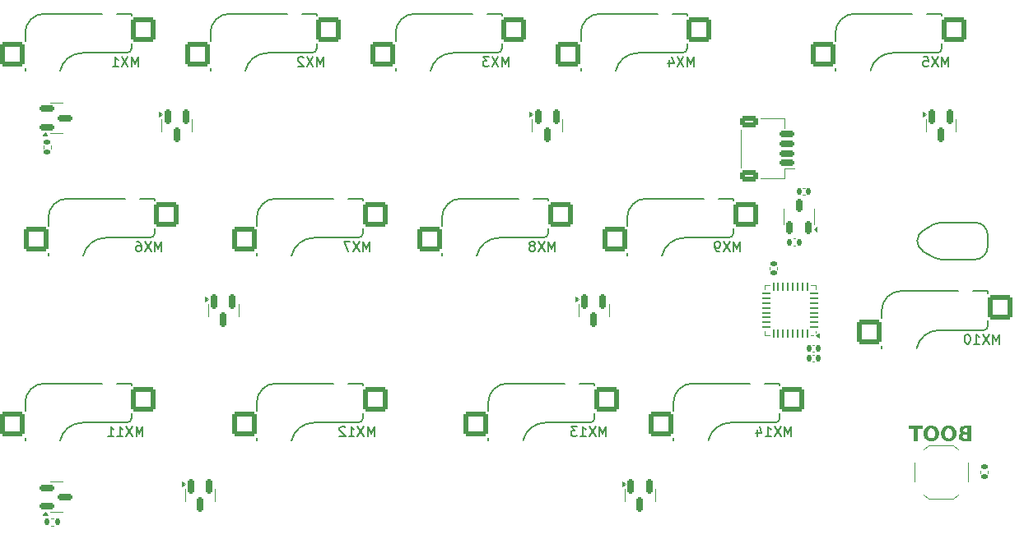
<source format=gbr>
%TF.GenerationSoftware,KiCad,Pcbnew,8.0.1-8.0.1-0~ubuntu23.10.1*%
%TF.CreationDate,2024-04-27T18:00:35-04:00*%
%TF.ProjectId,FunnyNumpad,46756e6e-794e-4756-9d70-61642e6b6963,rev?*%
%TF.SameCoordinates,Original*%
%TF.FileFunction,Legend,Bot*%
%TF.FilePolarity,Positive*%
%FSLAX46Y46*%
G04 Gerber Fmt 4.6, Leading zero omitted, Abs format (unit mm)*
G04 Created by KiCad (PCBNEW 8.0.1-8.0.1-0~ubuntu23.10.1) date 2024-04-27 18:00:35*
%MOMM*%
%LPD*%
G01*
G04 APERTURE LIST*
G04 Aperture macros list*
%AMRoundRect*
0 Rectangle with rounded corners*
0 $1 Rounding radius*
0 $2 $3 $4 $5 $6 $7 $8 $9 X,Y pos of 4 corners*
0 Add a 4 corners polygon primitive as box body*
4,1,4,$2,$3,$4,$5,$6,$7,$8,$9,$2,$3,0*
0 Add four circle primitives for the rounded corners*
1,1,$1+$1,$2,$3*
1,1,$1+$1,$4,$5*
1,1,$1+$1,$6,$7*
1,1,$1+$1,$8,$9*
0 Add four rect primitives between the rounded corners*
20,1,$1+$1,$2,$3,$4,$5,0*
20,1,$1+$1,$4,$5,$6,$7,0*
20,1,$1+$1,$6,$7,$8,$9,0*
20,1,$1+$1,$8,$9,$2,$3,0*%
G04 Aperture macros list end*
%ADD10C,0.300000*%
%ADD11C,0.150000*%
%ADD12C,0.120000*%
%ADD13C,0.200000*%
%ADD14C,4.000000*%
%ADD15C,3.987800*%
%ADD16R,1.000000X0.750000*%
%ADD17RoundRect,0.135000X0.185000X-0.135000X0.185000X0.135000X-0.185000X0.135000X-0.185000X-0.135000X0*%
%ADD18C,3.300000*%
%ADD19RoundRect,0.250000X1.025000X1.000000X-1.025000X1.000000X-1.025000X-1.000000X1.025000X-1.000000X0*%
%ADD20C,1.750000*%
%ADD21RoundRect,0.135000X-0.135000X-0.185000X0.135000X-0.185000X0.135000X0.185000X-0.135000X0.185000X0*%
%ADD22RoundRect,0.150000X0.625000X-0.150000X0.625000X0.150000X-0.625000X0.150000X-0.625000X-0.150000X0*%
%ADD23RoundRect,0.250000X0.650000X-0.350000X0.650000X0.350000X-0.650000X0.350000X-0.650000X-0.350000X0*%
%ADD24RoundRect,0.150000X-0.150000X0.587500X-0.150000X-0.587500X0.150000X-0.587500X0.150000X0.587500X0*%
%ADD25RoundRect,0.140000X-0.140000X-0.170000X0.140000X-0.170000X0.140000X0.170000X-0.140000X0.170000X0*%
%ADD26R,3.450000X3.450000*%
%ADD27RoundRect,0.062500X0.375000X-0.062500X0.375000X0.062500X-0.375000X0.062500X-0.375000X-0.062500X0*%
%ADD28RoundRect,0.062500X0.062500X-0.375000X0.062500X0.375000X-0.062500X0.375000X-0.062500X-0.375000X0*%
%ADD29RoundRect,0.150000X-0.587500X-0.150000X0.587500X-0.150000X0.587500X0.150000X-0.587500X0.150000X0*%
%ADD30RoundRect,0.150000X0.150000X-0.512500X0.150000X0.512500X-0.150000X0.512500X-0.150000X-0.512500X0*%
%ADD31RoundRect,0.140000X0.170000X-0.140000X0.170000X0.140000X-0.170000X0.140000X-0.170000X-0.140000X0*%
%ADD32C,0.787400*%
%ADD33C,0.990600*%
%ADD34RoundRect,0.135000X-0.185000X0.135000X-0.185000X-0.135000X0.185000X-0.135000X0.185000X0.135000X0*%
G04 APERTURE END LIST*
D10*
G36*
X156697135Y-111092500D02*
G01*
X156038778Y-111092500D01*
X155982591Y-111091540D01*
X155895072Y-111085676D01*
X155815209Y-111074481D01*
X155729479Y-111054011D01*
X155654775Y-111025863D01*
X155581556Y-110983323D01*
X155530383Y-110938389D01*
X155484064Y-110875873D01*
X155452155Y-110802488D01*
X155436274Y-110730935D01*
X155430980Y-110651397D01*
X155431595Y-110624525D01*
X155431891Y-110622088D01*
X155827386Y-110622088D01*
X155828331Y-110647905D01*
X155844447Y-110720267D01*
X155887836Y-110781823D01*
X155921610Y-110804904D01*
X155992414Y-110828345D01*
X156067721Y-110834579D01*
X156300362Y-110834579D01*
X156300362Y-110412527D01*
X156067721Y-110412527D01*
X156031539Y-110413806D01*
X155956818Y-110427313D01*
X155887470Y-110464918D01*
X155873388Y-110478834D01*
X155837302Y-110545600D01*
X155827386Y-110622088D01*
X155431891Y-110622088D01*
X155440820Y-110548700D01*
X155464054Y-110472880D01*
X155500955Y-110405933D01*
X155509929Y-110393677D01*
X155561577Y-110339781D01*
X155624532Y-110298193D01*
X155698792Y-110268913D01*
X155657314Y-110250102D01*
X155596812Y-110208637D01*
X155546385Y-110150577D01*
X155520882Y-110102985D01*
X155499862Y-110031235D01*
X155495447Y-109978752D01*
X155890401Y-109978752D01*
X155899657Y-110046663D01*
X155938761Y-110110277D01*
X155941828Y-110113004D01*
X156007540Y-110146122D01*
X156080910Y-110154607D01*
X156300362Y-110154607D01*
X156300362Y-109802897D01*
X156080910Y-109802897D01*
X156007540Y-109811523D01*
X155938761Y-109847960D01*
X155902491Y-109903189D01*
X155890401Y-109978752D01*
X155495447Y-109978752D01*
X155493628Y-109957137D01*
X155494894Y-109917648D01*
X155507689Y-109833596D01*
X155534263Y-109760869D01*
X155581507Y-109691621D01*
X155637609Y-109643162D01*
X155708908Y-109604905D01*
X155783501Y-109579591D01*
X155855165Y-109563770D01*
X155935470Y-109552743D01*
X156024416Y-109546511D01*
X156101793Y-109544977D01*
X156697135Y-109544977D01*
X156697135Y-111092500D01*
G37*
G36*
X154484186Y-109524844D02*
G01*
X154569222Y-109534787D01*
X154649279Y-109551360D01*
X154724355Y-109574561D01*
X154794451Y-109604391D01*
X154859566Y-109640850D01*
X154919701Y-109683938D01*
X154974856Y-109733654D01*
X155024230Y-109789204D01*
X155067020Y-109849792D01*
X155103227Y-109915417D01*
X155132851Y-109986079D01*
X155155892Y-110061779D01*
X155172350Y-110142517D01*
X155182224Y-110228292D01*
X155185516Y-110319105D01*
X155182224Y-110409745D01*
X155172350Y-110495372D01*
X155155892Y-110575983D01*
X155132851Y-110651580D01*
X155103227Y-110722162D01*
X155067020Y-110787730D01*
X155024230Y-110848283D01*
X154974856Y-110903822D01*
X154919701Y-110953539D01*
X154859566Y-110996627D01*
X154794451Y-111033086D01*
X154724355Y-111062916D01*
X154649279Y-111086117D01*
X154569222Y-111102689D01*
X154484186Y-111112632D01*
X154394169Y-111115947D01*
X154303906Y-111112632D01*
X154218681Y-111102689D01*
X154138493Y-111086117D01*
X154063342Y-111062916D01*
X153993229Y-111033086D01*
X153928154Y-110996627D01*
X153868116Y-110953539D01*
X153813115Y-110903822D01*
X153763828Y-110848283D01*
X153721112Y-110787730D01*
X153684968Y-110722162D01*
X153655395Y-110651580D01*
X153632395Y-110575983D01*
X153615965Y-110495372D01*
X153606108Y-110409745D01*
X153602822Y-110319105D01*
X154012051Y-110319105D01*
X154015567Y-110407041D01*
X154026116Y-110487300D01*
X154043697Y-110559883D01*
X154073097Y-110634861D01*
X154112069Y-110699391D01*
X154118400Y-110707708D01*
X154174820Y-110764741D01*
X154241498Y-110804875D01*
X154318435Y-110828110D01*
X154394169Y-110834579D01*
X154405424Y-110834447D01*
X154479761Y-110826130D01*
X154555186Y-110800782D01*
X154620445Y-110758536D01*
X154675537Y-110699391D01*
X154681690Y-110690812D01*
X154719294Y-110624790D01*
X154747327Y-110548319D01*
X154763736Y-110474457D01*
X154773112Y-110392918D01*
X154775554Y-110319105D01*
X154772038Y-110230932D01*
X154761489Y-110150514D01*
X154743908Y-110077849D01*
X154714508Y-110002874D01*
X154675537Y-109938452D01*
X154669206Y-109930112D01*
X154612843Y-109872925D01*
X154546314Y-109832682D01*
X154469618Y-109809384D01*
X154394169Y-109802897D01*
X154382869Y-109803030D01*
X154308257Y-109811369D01*
X154232602Y-109836786D01*
X154167206Y-109879147D01*
X154112069Y-109938452D01*
X154105915Y-109947009D01*
X154068311Y-110012938D01*
X154040279Y-110089422D01*
X154023870Y-110163379D01*
X154014493Y-110245089D01*
X154012051Y-110319105D01*
X153602822Y-110319105D01*
X153606108Y-110228292D01*
X153615965Y-110142517D01*
X153632395Y-110061779D01*
X153655395Y-109986079D01*
X153684968Y-109915417D01*
X153721112Y-109849792D01*
X153763828Y-109789204D01*
X153813115Y-109733654D01*
X153868116Y-109683938D01*
X153928154Y-109640850D01*
X153993229Y-109604391D01*
X154063342Y-109574561D01*
X154138493Y-109551360D01*
X154218681Y-109534787D01*
X154303906Y-109524844D01*
X154394169Y-109521530D01*
X154484186Y-109524844D01*
G37*
G36*
X152699259Y-109524844D02*
G01*
X152784296Y-109534787D01*
X152864352Y-109551360D01*
X152939428Y-109574561D01*
X153009524Y-109604391D01*
X153074639Y-109640850D01*
X153134775Y-109683938D01*
X153189930Y-109733654D01*
X153239303Y-109789204D01*
X153282093Y-109849792D01*
X153318300Y-109915417D01*
X153347924Y-109986079D01*
X153370965Y-110061779D01*
X153387423Y-110142517D01*
X153397298Y-110228292D01*
X153400589Y-110319105D01*
X153397298Y-110409745D01*
X153387423Y-110495372D01*
X153370965Y-110575983D01*
X153347924Y-110651580D01*
X153318300Y-110722162D01*
X153282093Y-110787730D01*
X153239303Y-110848283D01*
X153189930Y-110903822D01*
X153134775Y-110953539D01*
X153074639Y-110996627D01*
X153009524Y-111033086D01*
X152939428Y-111062916D01*
X152864352Y-111086117D01*
X152784296Y-111102689D01*
X152699259Y-111112632D01*
X152609242Y-111115947D01*
X152518979Y-111112632D01*
X152433754Y-111102689D01*
X152353566Y-111086117D01*
X152278415Y-111062916D01*
X152208302Y-111033086D01*
X152143227Y-110996627D01*
X152083189Y-110953539D01*
X152028189Y-110903822D01*
X151978901Y-110848283D01*
X151936185Y-110787730D01*
X151900041Y-110722162D01*
X151870469Y-110651580D01*
X151847468Y-110575983D01*
X151831039Y-110495372D01*
X151821181Y-110409745D01*
X151817895Y-110319105D01*
X152227124Y-110319105D01*
X152230641Y-110407041D01*
X152241189Y-110487300D01*
X152258770Y-110559883D01*
X152288170Y-110634861D01*
X152327142Y-110699391D01*
X152333473Y-110707708D01*
X152389893Y-110764741D01*
X152456571Y-110804875D01*
X152533508Y-110828110D01*
X152609242Y-110834579D01*
X152620497Y-110834447D01*
X152694834Y-110826130D01*
X152770259Y-110800782D01*
X152835518Y-110758536D01*
X152890610Y-110699391D01*
X152896763Y-110690812D01*
X152934368Y-110624790D01*
X152962400Y-110548319D01*
X152978809Y-110474457D01*
X152988186Y-110392918D01*
X152990627Y-110319105D01*
X152987111Y-110230932D01*
X152976563Y-110150514D01*
X152958981Y-110077849D01*
X152929582Y-110002874D01*
X152890610Y-109938452D01*
X152884280Y-109930112D01*
X152827917Y-109872925D01*
X152761387Y-109832682D01*
X152684691Y-109809384D01*
X152609242Y-109802897D01*
X152597942Y-109803030D01*
X152523330Y-109811369D01*
X152447676Y-109836786D01*
X152382280Y-109879147D01*
X152327142Y-109938452D01*
X152320988Y-109947009D01*
X152283384Y-110012938D01*
X152255352Y-110089422D01*
X152238943Y-110163379D01*
X152229566Y-110245089D01*
X152227124Y-110319105D01*
X151817895Y-110319105D01*
X151821181Y-110228292D01*
X151831039Y-110142517D01*
X151847468Y-110061779D01*
X151870469Y-109986079D01*
X151900041Y-109915417D01*
X151936185Y-109849792D01*
X151978901Y-109789204D01*
X152028189Y-109733654D01*
X152083189Y-109683938D01*
X152143227Y-109640850D01*
X152208302Y-109604391D01*
X152278415Y-109574561D01*
X152353566Y-109551360D01*
X152433754Y-109534787D01*
X152518979Y-109524844D01*
X152609242Y-109521530D01*
X152699259Y-109524844D01*
G37*
G36*
X151710551Y-109544977D02*
G01*
X150292721Y-109544977D01*
X150292721Y-109849792D01*
X150802700Y-109849792D01*
X150802700Y-111092500D01*
X151199473Y-111092500D01*
X151199473Y-109849792D01*
X151710551Y-109849792D01*
X151710551Y-109544977D01*
G37*
D11*
X95308779Y-110623569D02*
X95308779Y-109623569D01*
X95308779Y-109623569D02*
X94975446Y-110337854D01*
X94975446Y-110337854D02*
X94642113Y-109623569D01*
X94642113Y-109623569D02*
X94642113Y-110623569D01*
X94261160Y-109623569D02*
X93594494Y-110623569D01*
X93594494Y-109623569D02*
X94261160Y-110623569D01*
X92689732Y-110623569D02*
X93261160Y-110623569D01*
X92975446Y-110623569D02*
X92975446Y-109623569D01*
X92975446Y-109623569D02*
X93070684Y-109766426D01*
X93070684Y-109766426D02*
X93165922Y-109861664D01*
X93165922Y-109861664D02*
X93261160Y-109909283D01*
X92308779Y-109718807D02*
X92261160Y-109671188D01*
X92261160Y-109671188D02*
X92165922Y-109623569D01*
X92165922Y-109623569D02*
X91927827Y-109623569D01*
X91927827Y-109623569D02*
X91832589Y-109671188D01*
X91832589Y-109671188D02*
X91784970Y-109718807D01*
X91784970Y-109718807D02*
X91737351Y-109814045D01*
X91737351Y-109814045D02*
X91737351Y-109909283D01*
X91737351Y-109909283D02*
X91784970Y-110052140D01*
X91784970Y-110052140D02*
X92356398Y-110623569D01*
X92356398Y-110623569D02*
X91737351Y-110623569D01*
X71496279Y-110623569D02*
X71496279Y-109623569D01*
X71496279Y-109623569D02*
X71162946Y-110337854D01*
X71162946Y-110337854D02*
X70829613Y-109623569D01*
X70829613Y-109623569D02*
X70829613Y-110623569D01*
X70448660Y-109623569D02*
X69781994Y-110623569D01*
X69781994Y-109623569D02*
X70448660Y-110623569D01*
X68877232Y-110623569D02*
X69448660Y-110623569D01*
X69162946Y-110623569D02*
X69162946Y-109623569D01*
X69162946Y-109623569D02*
X69258184Y-109766426D01*
X69258184Y-109766426D02*
X69353422Y-109861664D01*
X69353422Y-109861664D02*
X69448660Y-109909283D01*
X67924851Y-110623569D02*
X68496279Y-110623569D01*
X68210565Y-110623569D02*
X68210565Y-109623569D01*
X68210565Y-109623569D02*
X68305803Y-109766426D01*
X68305803Y-109766426D02*
X68401041Y-109861664D01*
X68401041Y-109861664D02*
X68496279Y-109909283D01*
X109120088Y-72523569D02*
X109120088Y-71523569D01*
X109120088Y-71523569D02*
X108786755Y-72237854D01*
X108786755Y-72237854D02*
X108453422Y-71523569D01*
X108453422Y-71523569D02*
X108453422Y-72523569D01*
X108072469Y-71523569D02*
X107405803Y-72523569D01*
X107405803Y-71523569D02*
X108072469Y-72523569D01*
X107120088Y-71523569D02*
X106501041Y-71523569D01*
X106501041Y-71523569D02*
X106834374Y-71904521D01*
X106834374Y-71904521D02*
X106691517Y-71904521D01*
X106691517Y-71904521D02*
X106596279Y-71952140D01*
X106596279Y-71952140D02*
X106548660Y-71999759D01*
X106548660Y-71999759D02*
X106501041Y-72094997D01*
X106501041Y-72094997D02*
X106501041Y-72333092D01*
X106501041Y-72333092D02*
X106548660Y-72428330D01*
X106548660Y-72428330D02*
X106596279Y-72475950D01*
X106596279Y-72475950D02*
X106691517Y-72523569D01*
X106691517Y-72523569D02*
X106977231Y-72523569D01*
X106977231Y-72523569D02*
X107072469Y-72475950D01*
X107072469Y-72475950D02*
X107120088Y-72428330D01*
X159602529Y-101098569D02*
X159602529Y-100098569D01*
X159602529Y-100098569D02*
X159269196Y-100812854D01*
X159269196Y-100812854D02*
X158935863Y-100098569D01*
X158935863Y-100098569D02*
X158935863Y-101098569D01*
X158554910Y-100098569D02*
X157888244Y-101098569D01*
X157888244Y-100098569D02*
X158554910Y-101098569D01*
X156983482Y-101098569D02*
X157554910Y-101098569D01*
X157269196Y-101098569D02*
X157269196Y-100098569D01*
X157269196Y-100098569D02*
X157364434Y-100241426D01*
X157364434Y-100241426D02*
X157459672Y-100336664D01*
X157459672Y-100336664D02*
X157554910Y-100384283D01*
X156364434Y-100098569D02*
X156269196Y-100098569D01*
X156269196Y-100098569D02*
X156173958Y-100146188D01*
X156173958Y-100146188D02*
X156126339Y-100193807D01*
X156126339Y-100193807D02*
X156078720Y-100289045D01*
X156078720Y-100289045D02*
X156031101Y-100479521D01*
X156031101Y-100479521D02*
X156031101Y-100717616D01*
X156031101Y-100717616D02*
X156078720Y-100908092D01*
X156078720Y-100908092D02*
X156126339Y-101003330D01*
X156126339Y-101003330D02*
X156173958Y-101050950D01*
X156173958Y-101050950D02*
X156269196Y-101098569D01*
X156269196Y-101098569D02*
X156364434Y-101098569D01*
X156364434Y-101098569D02*
X156459672Y-101050950D01*
X156459672Y-101050950D02*
X156507291Y-101003330D01*
X156507291Y-101003330D02*
X156554910Y-100908092D01*
X156554910Y-100908092D02*
X156602529Y-100717616D01*
X156602529Y-100717616D02*
X156602529Y-100479521D01*
X156602529Y-100479521D02*
X156554910Y-100289045D01*
X156554910Y-100289045D02*
X156507291Y-100193807D01*
X156507291Y-100193807D02*
X156459672Y-100146188D01*
X156459672Y-100146188D02*
X156364434Y-100098569D01*
X119121279Y-110623569D02*
X119121279Y-109623569D01*
X119121279Y-109623569D02*
X118787946Y-110337854D01*
X118787946Y-110337854D02*
X118454613Y-109623569D01*
X118454613Y-109623569D02*
X118454613Y-110623569D01*
X118073660Y-109623569D02*
X117406994Y-110623569D01*
X117406994Y-109623569D02*
X118073660Y-110623569D01*
X116502232Y-110623569D02*
X117073660Y-110623569D01*
X116787946Y-110623569D02*
X116787946Y-109623569D01*
X116787946Y-109623569D02*
X116883184Y-109766426D01*
X116883184Y-109766426D02*
X116978422Y-109861664D01*
X116978422Y-109861664D02*
X117073660Y-109909283D01*
X116168898Y-109623569D02*
X115549851Y-109623569D01*
X115549851Y-109623569D02*
X115883184Y-110004521D01*
X115883184Y-110004521D02*
X115740327Y-110004521D01*
X115740327Y-110004521D02*
X115645089Y-110052140D01*
X115645089Y-110052140D02*
X115597470Y-110099759D01*
X115597470Y-110099759D02*
X115549851Y-110194997D01*
X115549851Y-110194997D02*
X115549851Y-110433092D01*
X115549851Y-110433092D02*
X115597470Y-110528330D01*
X115597470Y-110528330D02*
X115645089Y-110575950D01*
X115645089Y-110575950D02*
X115740327Y-110623569D01*
X115740327Y-110623569D02*
X116026041Y-110623569D01*
X116026041Y-110623569D02*
X116121279Y-110575950D01*
X116121279Y-110575950D02*
X116168898Y-110528330D01*
X94832588Y-91573569D02*
X94832588Y-90573569D01*
X94832588Y-90573569D02*
X94499255Y-91287854D01*
X94499255Y-91287854D02*
X94165922Y-90573569D01*
X94165922Y-90573569D02*
X94165922Y-91573569D01*
X93784969Y-90573569D02*
X93118303Y-91573569D01*
X93118303Y-90573569D02*
X93784969Y-91573569D01*
X92832588Y-90573569D02*
X92165922Y-90573569D01*
X92165922Y-90573569D02*
X92594493Y-91573569D01*
X132932588Y-91573569D02*
X132932588Y-90573569D01*
X132932588Y-90573569D02*
X132599255Y-91287854D01*
X132599255Y-91287854D02*
X132265922Y-90573569D01*
X132265922Y-90573569D02*
X132265922Y-91573569D01*
X131884969Y-90573569D02*
X131218303Y-91573569D01*
X131218303Y-90573569D02*
X131884969Y-91573569D01*
X130789731Y-91573569D02*
X130599255Y-91573569D01*
X130599255Y-91573569D02*
X130504017Y-91525950D01*
X130504017Y-91525950D02*
X130456398Y-91478330D01*
X130456398Y-91478330D02*
X130361160Y-91335473D01*
X130361160Y-91335473D02*
X130313541Y-91144997D01*
X130313541Y-91144997D02*
X130313541Y-90764045D01*
X130313541Y-90764045D02*
X130361160Y-90668807D01*
X130361160Y-90668807D02*
X130408779Y-90621188D01*
X130408779Y-90621188D02*
X130504017Y-90573569D01*
X130504017Y-90573569D02*
X130694493Y-90573569D01*
X130694493Y-90573569D02*
X130789731Y-90621188D01*
X130789731Y-90621188D02*
X130837350Y-90668807D01*
X130837350Y-90668807D02*
X130884969Y-90764045D01*
X130884969Y-90764045D02*
X130884969Y-91002140D01*
X130884969Y-91002140D02*
X130837350Y-91097378D01*
X130837350Y-91097378D02*
X130789731Y-91144997D01*
X130789731Y-91144997D02*
X130694493Y-91192616D01*
X130694493Y-91192616D02*
X130504017Y-91192616D01*
X130504017Y-91192616D02*
X130408779Y-91144997D01*
X130408779Y-91144997D02*
X130361160Y-91097378D01*
X130361160Y-91097378D02*
X130313541Y-91002140D01*
X71020088Y-72523569D02*
X71020088Y-71523569D01*
X71020088Y-71523569D02*
X70686755Y-72237854D01*
X70686755Y-72237854D02*
X70353422Y-71523569D01*
X70353422Y-71523569D02*
X70353422Y-72523569D01*
X69972469Y-71523569D02*
X69305803Y-72523569D01*
X69305803Y-71523569D02*
X69972469Y-72523569D01*
X68401041Y-72523569D02*
X68972469Y-72523569D01*
X68686755Y-72523569D02*
X68686755Y-71523569D01*
X68686755Y-71523569D02*
X68781993Y-71666426D01*
X68781993Y-71666426D02*
X68877231Y-71761664D01*
X68877231Y-71761664D02*
X68972469Y-71809283D01*
X128170088Y-72523569D02*
X128170088Y-71523569D01*
X128170088Y-71523569D02*
X127836755Y-72237854D01*
X127836755Y-72237854D02*
X127503422Y-71523569D01*
X127503422Y-71523569D02*
X127503422Y-72523569D01*
X127122469Y-71523569D02*
X126455803Y-72523569D01*
X126455803Y-71523569D02*
X127122469Y-72523569D01*
X125646279Y-71856902D02*
X125646279Y-72523569D01*
X125884374Y-71475950D02*
X126122469Y-72190235D01*
X126122469Y-72190235D02*
X125503422Y-72190235D01*
X113882588Y-91573569D02*
X113882588Y-90573569D01*
X113882588Y-90573569D02*
X113549255Y-91287854D01*
X113549255Y-91287854D02*
X113215922Y-90573569D01*
X113215922Y-90573569D02*
X113215922Y-91573569D01*
X112834969Y-90573569D02*
X112168303Y-91573569D01*
X112168303Y-90573569D02*
X112834969Y-91573569D01*
X111644493Y-91002140D02*
X111739731Y-90954521D01*
X111739731Y-90954521D02*
X111787350Y-90906902D01*
X111787350Y-90906902D02*
X111834969Y-90811664D01*
X111834969Y-90811664D02*
X111834969Y-90764045D01*
X111834969Y-90764045D02*
X111787350Y-90668807D01*
X111787350Y-90668807D02*
X111739731Y-90621188D01*
X111739731Y-90621188D02*
X111644493Y-90573569D01*
X111644493Y-90573569D02*
X111454017Y-90573569D01*
X111454017Y-90573569D02*
X111358779Y-90621188D01*
X111358779Y-90621188D02*
X111311160Y-90668807D01*
X111311160Y-90668807D02*
X111263541Y-90764045D01*
X111263541Y-90764045D02*
X111263541Y-90811664D01*
X111263541Y-90811664D02*
X111311160Y-90906902D01*
X111311160Y-90906902D02*
X111358779Y-90954521D01*
X111358779Y-90954521D02*
X111454017Y-91002140D01*
X111454017Y-91002140D02*
X111644493Y-91002140D01*
X111644493Y-91002140D02*
X111739731Y-91049759D01*
X111739731Y-91049759D02*
X111787350Y-91097378D01*
X111787350Y-91097378D02*
X111834969Y-91192616D01*
X111834969Y-91192616D02*
X111834969Y-91383092D01*
X111834969Y-91383092D02*
X111787350Y-91478330D01*
X111787350Y-91478330D02*
X111739731Y-91525950D01*
X111739731Y-91525950D02*
X111644493Y-91573569D01*
X111644493Y-91573569D02*
X111454017Y-91573569D01*
X111454017Y-91573569D02*
X111358779Y-91525950D01*
X111358779Y-91525950D02*
X111311160Y-91478330D01*
X111311160Y-91478330D02*
X111263541Y-91383092D01*
X111263541Y-91383092D02*
X111263541Y-91192616D01*
X111263541Y-91192616D02*
X111311160Y-91097378D01*
X111311160Y-91097378D02*
X111358779Y-91049759D01*
X111358779Y-91049759D02*
X111454017Y-91002140D01*
X73401338Y-91573569D02*
X73401338Y-90573569D01*
X73401338Y-90573569D02*
X73068005Y-91287854D01*
X73068005Y-91287854D02*
X72734672Y-90573569D01*
X72734672Y-90573569D02*
X72734672Y-91573569D01*
X72353719Y-90573569D02*
X71687053Y-91573569D01*
X71687053Y-90573569D02*
X72353719Y-91573569D01*
X70877529Y-90573569D02*
X71068005Y-90573569D01*
X71068005Y-90573569D02*
X71163243Y-90621188D01*
X71163243Y-90621188D02*
X71210862Y-90668807D01*
X71210862Y-90668807D02*
X71306100Y-90811664D01*
X71306100Y-90811664D02*
X71353719Y-91002140D01*
X71353719Y-91002140D02*
X71353719Y-91383092D01*
X71353719Y-91383092D02*
X71306100Y-91478330D01*
X71306100Y-91478330D02*
X71258481Y-91525950D01*
X71258481Y-91525950D02*
X71163243Y-91573569D01*
X71163243Y-91573569D02*
X70972767Y-91573569D01*
X70972767Y-91573569D02*
X70877529Y-91525950D01*
X70877529Y-91525950D02*
X70829910Y-91478330D01*
X70829910Y-91478330D02*
X70782291Y-91383092D01*
X70782291Y-91383092D02*
X70782291Y-91144997D01*
X70782291Y-91144997D02*
X70829910Y-91049759D01*
X70829910Y-91049759D02*
X70877529Y-91002140D01*
X70877529Y-91002140D02*
X70972767Y-90954521D01*
X70972767Y-90954521D02*
X71163243Y-90954521D01*
X71163243Y-90954521D02*
X71258481Y-91002140D01*
X71258481Y-91002140D02*
X71306100Y-91049759D01*
X71306100Y-91049759D02*
X71353719Y-91144997D01*
X154363838Y-72523569D02*
X154363838Y-71523569D01*
X154363838Y-71523569D02*
X154030505Y-72237854D01*
X154030505Y-72237854D02*
X153697172Y-71523569D01*
X153697172Y-71523569D02*
X153697172Y-72523569D01*
X153316219Y-71523569D02*
X152649553Y-72523569D01*
X152649553Y-71523569D02*
X153316219Y-72523569D01*
X151792410Y-71523569D02*
X152268600Y-71523569D01*
X152268600Y-71523569D02*
X152316219Y-71999759D01*
X152316219Y-71999759D02*
X152268600Y-71952140D01*
X152268600Y-71952140D02*
X152173362Y-71904521D01*
X152173362Y-71904521D02*
X151935267Y-71904521D01*
X151935267Y-71904521D02*
X151840029Y-71952140D01*
X151840029Y-71952140D02*
X151792410Y-71999759D01*
X151792410Y-71999759D02*
X151744791Y-72094997D01*
X151744791Y-72094997D02*
X151744791Y-72333092D01*
X151744791Y-72333092D02*
X151792410Y-72428330D01*
X151792410Y-72428330D02*
X151840029Y-72475950D01*
X151840029Y-72475950D02*
X151935267Y-72523569D01*
X151935267Y-72523569D02*
X152173362Y-72523569D01*
X152173362Y-72523569D02*
X152268600Y-72475950D01*
X152268600Y-72475950D02*
X152316219Y-72428330D01*
X138171279Y-110623569D02*
X138171279Y-109623569D01*
X138171279Y-109623569D02*
X137837946Y-110337854D01*
X137837946Y-110337854D02*
X137504613Y-109623569D01*
X137504613Y-109623569D02*
X137504613Y-110623569D01*
X137123660Y-109623569D02*
X136456994Y-110623569D01*
X136456994Y-109623569D02*
X137123660Y-110623569D01*
X135552232Y-110623569D02*
X136123660Y-110623569D01*
X135837946Y-110623569D02*
X135837946Y-109623569D01*
X135837946Y-109623569D02*
X135933184Y-109766426D01*
X135933184Y-109766426D02*
X136028422Y-109861664D01*
X136028422Y-109861664D02*
X136123660Y-109909283D01*
X134695089Y-109956902D02*
X134695089Y-110623569D01*
X134933184Y-109575950D02*
X135171279Y-110290235D01*
X135171279Y-110290235D02*
X134552232Y-110290235D01*
X90070088Y-72523569D02*
X90070088Y-71523569D01*
X90070088Y-71523569D02*
X89736755Y-72237854D01*
X89736755Y-72237854D02*
X89403422Y-71523569D01*
X89403422Y-71523569D02*
X89403422Y-72523569D01*
X89022469Y-71523569D02*
X88355803Y-72523569D01*
X88355803Y-71523569D02*
X89022469Y-72523569D01*
X88022469Y-71618807D02*
X87974850Y-71571188D01*
X87974850Y-71571188D02*
X87879612Y-71523569D01*
X87879612Y-71523569D02*
X87641517Y-71523569D01*
X87641517Y-71523569D02*
X87546279Y-71571188D01*
X87546279Y-71571188D02*
X87498660Y-71618807D01*
X87498660Y-71618807D02*
X87451041Y-71714045D01*
X87451041Y-71714045D02*
X87451041Y-71809283D01*
X87451041Y-71809283D02*
X87498660Y-71952140D01*
X87498660Y-71952140D02*
X88070088Y-72523569D01*
X88070088Y-72523569D02*
X87451041Y-72523569D01*
D12*
%TO.C,SW101*%
X156340625Y-115300000D02*
X156340625Y-113300000D01*
X154890625Y-111550000D02*
X155340625Y-112000000D01*
X154890625Y-117050000D02*
X155340625Y-116600000D01*
X152290625Y-111550000D02*
X154890625Y-111550000D01*
X152290625Y-117050000D02*
X154890625Y-117050000D01*
X152290625Y-111550000D02*
X151840625Y-112000000D01*
X152290625Y-117050000D02*
X151840625Y-116600000D01*
X150840625Y-115300000D02*
X150840625Y-113300000D01*
%TO.C,R101*%
X158420000Y-114146359D02*
X158420000Y-114453641D01*
X157660000Y-114146359D02*
X157660000Y-114453641D01*
D11*
%TO.C,MX12*%
X94161699Y-108718530D02*
G75*
G02*
X93661699Y-109218530I-500001J1D01*
G01*
X86802554Y-111058530D02*
G75*
G02*
X89096875Y-109218531I2293455J-509332D01*
G01*
X83211699Y-107168530D02*
G75*
G02*
X85211699Y-105168530I2000004J-4D01*
G01*
X94161699Y-108718530D02*
X94161699Y-108248530D01*
X94161699Y-105398530D02*
X94161699Y-105168530D01*
X94161699Y-105168530D02*
X92611699Y-105168530D01*
X91111699Y-105168530D02*
X85211699Y-105168530D01*
X89096875Y-109218530D02*
X93661699Y-109218530D01*
X83211699Y-111058530D02*
X83211699Y-110818530D01*
X83211699Y-107168530D02*
X83211699Y-107968530D01*
%TO.C,MX11*%
X70349199Y-108718530D02*
G75*
G02*
X69849199Y-109218530I-500001J1D01*
G01*
X62990054Y-111058530D02*
G75*
G02*
X65284375Y-109218531I2293455J-509332D01*
G01*
X59399199Y-107168530D02*
G75*
G02*
X61399199Y-105168530I2000004J-4D01*
G01*
X70349199Y-108718530D02*
X70349199Y-108248530D01*
X70349199Y-105398530D02*
X70349199Y-105168530D01*
X70349199Y-105168530D02*
X68799199Y-105168530D01*
X67299199Y-105168530D02*
X61399199Y-105168530D01*
X65284375Y-109218530D02*
X69849199Y-109218530D01*
X59399199Y-111058530D02*
X59399199Y-110818530D01*
X59399199Y-107168530D02*
X59399199Y-107968530D01*
D12*
%TO.C,R202*%
X62343641Y-119060000D02*
X62036359Y-119060000D01*
X62343641Y-119820000D02*
X62036359Y-119820000D01*
%TO.C,J101*%
X133046250Y-79022500D02*
X133046250Y-82902500D01*
X137516250Y-77852500D02*
X135016250Y-77852500D01*
X137516250Y-78902500D02*
X137516250Y-77852500D01*
X137516250Y-83022500D02*
X137516250Y-84072500D01*
X137516250Y-84072500D02*
X135016250Y-84072500D01*
X138506250Y-83022500D02*
X137516250Y-83022500D01*
D11*
%TO.C,MX3*%
X108449199Y-70618530D02*
G75*
G02*
X107949199Y-71118530I-500001J1D01*
G01*
X101090054Y-72958530D02*
G75*
G02*
X103384375Y-71118531I2293455J-509332D01*
G01*
X97499199Y-69068530D02*
G75*
G02*
X99499199Y-67068530I2000004J-4D01*
G01*
X108449199Y-70618530D02*
X108449199Y-70148530D01*
X108449199Y-67298530D02*
X108449199Y-67068530D01*
X108449199Y-67068530D02*
X106899199Y-67068530D01*
X105399199Y-67068530D02*
X99499199Y-67068530D01*
X103384375Y-71118530D02*
X107949199Y-71118530D01*
X97499199Y-72958530D02*
X97499199Y-72718530D01*
X97499199Y-69068530D02*
X97499199Y-69868530D01*
D12*
%TO.C,D201*%
X73449375Y-77931250D02*
X73449375Y-78581250D01*
X73449375Y-79231250D02*
X73449375Y-78581250D01*
X76569375Y-77931250D02*
X76569375Y-78581250D01*
X76569375Y-79231250D02*
X76569375Y-78581250D01*
X73499375Y-77418750D02*
X73169375Y-77658750D01*
X73169375Y-77178750D01*
X73499375Y-77418750D01*
G36*
X73499375Y-77418750D02*
G01*
X73169375Y-77658750D01*
X73169375Y-77178750D01*
X73499375Y-77418750D01*
G37*
%TO.C,C104*%
X139587836Y-85040000D02*
X139372164Y-85040000D01*
X139587836Y-85760000D02*
X139372164Y-85760000D01*
D11*
%TO.C,MX10*%
X158455449Y-99193530D02*
G75*
G02*
X157955449Y-99693530I-500001J1D01*
G01*
X151096304Y-101533530D02*
G75*
G02*
X153390625Y-99693531I2293455J-509332D01*
G01*
X147505449Y-97643530D02*
G75*
G02*
X149505449Y-95643530I2000004J-4D01*
G01*
X158455449Y-99193530D02*
X158455449Y-98723530D01*
X158455449Y-95873530D02*
X158455449Y-95643530D01*
X158455449Y-95643530D02*
X156905449Y-95643530D01*
X155405449Y-95643530D02*
X149505449Y-95643530D01*
X153390625Y-99693530D02*
X157955449Y-99693530D01*
X147505449Y-101533530D02*
X147505449Y-101293530D01*
X147505449Y-97643530D02*
X147505449Y-98443530D01*
%TO.C,MX13*%
X117974199Y-108718530D02*
G75*
G02*
X117474199Y-109218530I-500001J1D01*
G01*
X110615054Y-111058530D02*
G75*
G02*
X112909375Y-109218531I2293455J-509332D01*
G01*
X107024199Y-107168530D02*
G75*
G02*
X109024199Y-105168530I2000004J-4D01*
G01*
X117974199Y-108718530D02*
X117974199Y-108248530D01*
X117974199Y-105398530D02*
X117974199Y-105168530D01*
X117974199Y-105168530D02*
X116424199Y-105168530D01*
X114924199Y-105168530D02*
X109024199Y-105168530D01*
X112909375Y-109218530D02*
X117474199Y-109218530D01*
X107024199Y-111058530D02*
X107024199Y-110818530D01*
X107024199Y-107168530D02*
X107024199Y-107968530D01*
D12*
%TO.C,D206*%
X116311875Y-96981250D02*
X116311875Y-97631250D01*
X116311875Y-98281250D02*
X116311875Y-97631250D01*
X119431875Y-96981250D02*
X119431875Y-97631250D01*
X119431875Y-98281250D02*
X119431875Y-97631250D01*
X116361875Y-96468750D02*
X116031875Y-96708750D01*
X116031875Y-96228750D01*
X116361875Y-96468750D01*
G36*
X116361875Y-96468750D02*
G01*
X116031875Y-96708750D01*
X116031875Y-96228750D01*
X116361875Y-96468750D01*
G37*
%TO.C,U102*%
X141052500Y-100481250D02*
X140722500Y-100241250D01*
X141052500Y-100001250D01*
X141052500Y-100481250D01*
G36*
X141052500Y-100481250D02*
G01*
X140722500Y-100241250D01*
X141052500Y-100001250D01*
X141052500Y-100481250D01*
G37*
X140722500Y-99941250D02*
X140722500Y-99766250D01*
X140722500Y-95021250D02*
X140722500Y-95496250D01*
X140482500Y-100241250D02*
X140247500Y-100241250D01*
X140247500Y-95021250D02*
X140722500Y-95021250D01*
X135977500Y-100241250D02*
X135502500Y-100241250D01*
X135977500Y-95021250D02*
X135502500Y-95021250D01*
X135502500Y-100241250D02*
X135502500Y-99766250D01*
X135502500Y-95021250D02*
X135502500Y-95496250D01*
D11*
%TO.C,MX7*%
X94161699Y-89668530D02*
G75*
G02*
X93661699Y-90168530I-500001J1D01*
G01*
X86802554Y-92008530D02*
G75*
G02*
X89096875Y-90168531I2293455J-509332D01*
G01*
X83211699Y-88118530D02*
G75*
G02*
X85211699Y-86118530I2000004J-4D01*
G01*
X94161699Y-89668530D02*
X94161699Y-89198530D01*
X94161699Y-86348530D02*
X94161699Y-86118530D01*
X94161699Y-86118530D02*
X92611699Y-86118530D01*
X91111699Y-86118530D02*
X85211699Y-86118530D01*
X89096875Y-90168530D02*
X93661699Y-90168530D01*
X83211699Y-92008530D02*
X83211699Y-91768530D01*
X83211699Y-88118530D02*
X83211699Y-88918530D01*
D12*
%TO.C,D207*%
X152030625Y-77931250D02*
X152030625Y-78581250D01*
X152030625Y-79231250D02*
X152030625Y-78581250D01*
X155150625Y-77931250D02*
X155150625Y-78581250D01*
X155150625Y-79231250D02*
X155150625Y-78581250D01*
X152080625Y-77418750D02*
X151750625Y-77658750D01*
X151750625Y-77178750D01*
X152080625Y-77418750D01*
G36*
X152080625Y-77418750D02*
G01*
X151750625Y-77658750D01*
X151750625Y-77178750D01*
X152080625Y-77418750D01*
G37*
%TO.C,Q202*%
X61957500Y-115310000D02*
X62607500Y-115310000D01*
X61957500Y-118430000D02*
X62607500Y-118430000D01*
X63257500Y-115310000D02*
X62607500Y-115310000D01*
X63257500Y-118430000D02*
X62607500Y-118430000D01*
X61685000Y-118710000D02*
X61205000Y-118710000D01*
X61445000Y-118380000D01*
X61685000Y-118710000D01*
G36*
X61685000Y-118710000D02*
G01*
X61205000Y-118710000D01*
X61445000Y-118380000D01*
X61685000Y-118710000D01*
G37*
%TO.C,C102*%
X140587836Y-102206875D02*
X140372164Y-102206875D01*
X140587836Y-102926875D02*
X140372164Y-102926875D01*
D11*
%TO.C,MX9*%
X132261699Y-89668530D02*
G75*
G02*
X131761699Y-90168530I-500001J1D01*
G01*
X124902554Y-92008530D02*
G75*
G02*
X127196875Y-90168531I2293455J-509332D01*
G01*
X121311699Y-88118530D02*
G75*
G02*
X123311699Y-86118530I2000004J-4D01*
G01*
X132261699Y-89668530D02*
X132261699Y-89198530D01*
X132261699Y-86348530D02*
X132261699Y-86118530D01*
X132261699Y-86118530D02*
X130711699Y-86118530D01*
X129211699Y-86118530D02*
X123311699Y-86118530D01*
X127196875Y-90168530D02*
X131761699Y-90168530D01*
X121311699Y-92008530D02*
X121311699Y-91768530D01*
X121311699Y-88118530D02*
X121311699Y-88918530D01*
D12*
%TO.C,D202*%
X111549375Y-77931250D02*
X111549375Y-78581250D01*
X111549375Y-79231250D02*
X111549375Y-78581250D01*
X114669375Y-77931250D02*
X114669375Y-78581250D01*
X114669375Y-79231250D02*
X114669375Y-78581250D01*
X111599375Y-77418750D02*
X111269375Y-77658750D01*
X111269375Y-77178750D01*
X111599375Y-77418750D01*
G36*
X111599375Y-77418750D02*
G01*
X111269375Y-77658750D01*
X111269375Y-77178750D01*
X111599375Y-77418750D01*
G37*
%TO.C,U103*%
X137440000Y-87200000D02*
X137440000Y-88000000D01*
X137440000Y-88800000D02*
X137440000Y-88000000D01*
X140560000Y-87200000D02*
X140560000Y-88000000D01*
X140560000Y-88800000D02*
X140560000Y-88000000D01*
X140840000Y-89540000D02*
X140510000Y-89300000D01*
X140840000Y-89060000D01*
X140840000Y-89540000D01*
G36*
X140840000Y-89540000D02*
G01*
X140510000Y-89300000D01*
X140840000Y-89060000D01*
X140840000Y-89540000D01*
G37*
%TO.C,C103*%
X136000000Y-93182164D02*
X136000000Y-93397836D01*
X136720000Y-93182164D02*
X136720000Y-93397836D01*
%TO.C,D204*%
X75830625Y-116031250D02*
X75830625Y-116681250D01*
X75830625Y-117331250D02*
X75830625Y-116681250D01*
X78950625Y-116031250D02*
X78950625Y-116681250D01*
X78950625Y-117331250D02*
X78950625Y-116681250D01*
X75880625Y-115518750D02*
X75550625Y-115758750D01*
X75550625Y-115278750D01*
X75880625Y-115518750D01*
G36*
X75880625Y-115518750D02*
G01*
X75550625Y-115758750D01*
X75550625Y-115278750D01*
X75880625Y-115518750D01*
G37*
D11*
%TO.C,MX1*%
X70349199Y-70618530D02*
G75*
G02*
X69849199Y-71118530I-500001J1D01*
G01*
X62990054Y-72958530D02*
G75*
G02*
X65284375Y-71118531I2293455J-509332D01*
G01*
X59399199Y-69068530D02*
G75*
G02*
X61399199Y-67068530I2000004J-4D01*
G01*
X70349199Y-70618530D02*
X70349199Y-70148530D01*
X70349199Y-67298530D02*
X70349199Y-67068530D01*
X70349199Y-67068530D02*
X68799199Y-67068530D01*
X67299199Y-67068530D02*
X61399199Y-67068530D01*
X65284375Y-71118530D02*
X69849199Y-71118530D01*
X59399199Y-72958530D02*
X59399199Y-72718530D01*
X59399199Y-69068530D02*
X59399199Y-69868530D01*
%TO.C,MX4*%
X127499199Y-70618530D02*
G75*
G02*
X126999199Y-71118530I-500001J1D01*
G01*
X120140054Y-72958530D02*
G75*
G02*
X122434375Y-71118531I2293455J-509332D01*
G01*
X116549199Y-69068530D02*
G75*
G02*
X118549199Y-67068530I2000004J-4D01*
G01*
X127499199Y-70618530D02*
X127499199Y-70148530D01*
X127499199Y-67298530D02*
X127499199Y-67068530D01*
X127499199Y-67068530D02*
X125949199Y-67068530D01*
X124449199Y-67068530D02*
X118549199Y-67068530D01*
X122434375Y-71118530D02*
X126999199Y-71118530D01*
X116549199Y-72958530D02*
X116549199Y-72718530D01*
X116549199Y-69068530D02*
X116549199Y-69868530D01*
%TO.C,MX8*%
X113211699Y-89668530D02*
G75*
G02*
X112711699Y-90168530I-500001J1D01*
G01*
X105852554Y-92008530D02*
G75*
G02*
X108146875Y-90168531I2293455J-509332D01*
G01*
X102261699Y-88118530D02*
G75*
G02*
X104261699Y-86118530I2000004J-4D01*
G01*
X113211699Y-89668530D02*
X113211699Y-89198530D01*
X113211699Y-86348530D02*
X113211699Y-86118530D01*
X113211699Y-86118530D02*
X111661699Y-86118530D01*
X110161699Y-86118530D02*
X104261699Y-86118530D01*
X108146875Y-90168530D02*
X112711699Y-90168530D01*
X102261699Y-92008530D02*
X102261699Y-91768530D01*
X102261699Y-88118530D02*
X102261699Y-88918530D01*
D12*
%TO.C,C105*%
X138637836Y-90240000D02*
X138422164Y-90240000D01*
X138637836Y-90960000D02*
X138422164Y-90960000D01*
D13*
%TO.C,J102*%
X158400750Y-91092999D02*
G75*
G02*
X157100751Y-92393000I-1300000J-1D01*
G01*
X157100750Y-88582000D02*
G75*
G02*
X158400750Y-89882002I0J-1300000D01*
G01*
X153578858Y-92393000D02*
G75*
G02*
X152804518Y-92177678I2J1500008D01*
G01*
X152804518Y-88797323D02*
G75*
G02*
X153578858Y-88582001I774342J-1284685D01*
G01*
X151754373Y-91544703D02*
G75*
G02*
X151161750Y-90495549I632373J1049152D01*
G01*
X151161750Y-90479451D02*
G75*
G02*
X151754373Y-89430297I1224996J2D01*
G01*
X158400750Y-89882001D02*
X158400750Y-91092999D01*
X157100750Y-92393000D02*
X153578858Y-92393000D01*
X153578858Y-88582000D02*
X157100750Y-88582000D01*
X152804518Y-92177678D02*
X151754373Y-91544703D01*
X151754373Y-89430297D02*
X152804518Y-88797322D01*
X151161750Y-90495549D02*
X151161750Y-90479451D01*
D12*
%TO.C,R201*%
X61290000Y-80953641D02*
X61290000Y-80646359D01*
X62050000Y-80953641D02*
X62050000Y-80646359D01*
D11*
%TO.C,MX6*%
X72730449Y-89668530D02*
G75*
G02*
X72230449Y-90168530I-500001J1D01*
G01*
X65371304Y-92008530D02*
G75*
G02*
X67665625Y-90168531I2293455J-509332D01*
G01*
X61780449Y-88118530D02*
G75*
G02*
X63780449Y-86118530I2000004J-4D01*
G01*
X72730449Y-89668530D02*
X72730449Y-89198530D01*
X72730449Y-86348530D02*
X72730449Y-86118530D01*
X72730449Y-86118530D02*
X71180449Y-86118530D01*
X69680449Y-86118530D02*
X63780449Y-86118530D01*
X67665625Y-90168530D02*
X72230449Y-90168530D01*
X61780449Y-92008530D02*
X61780449Y-91768530D01*
X61780449Y-88118530D02*
X61780449Y-88918530D01*
%TO.C,MX5*%
X153692949Y-70618530D02*
G75*
G02*
X153192949Y-71118530I-500001J1D01*
G01*
X146333804Y-72958530D02*
G75*
G02*
X148628125Y-71118531I2293455J-509332D01*
G01*
X142742949Y-69068530D02*
G75*
G02*
X144742949Y-67068530I2000004J-4D01*
G01*
X153692949Y-70618530D02*
X153692949Y-70148530D01*
X153692949Y-67298530D02*
X153692949Y-67068530D01*
X153692949Y-67068530D02*
X152142949Y-67068530D01*
X150642949Y-67068530D02*
X144742949Y-67068530D01*
X148628125Y-71118530D02*
X153192949Y-71118530D01*
X142742949Y-72958530D02*
X142742949Y-72718530D01*
X142742949Y-69068530D02*
X142742949Y-69868530D01*
%TO.C,MX14*%
X137024199Y-108718530D02*
G75*
G02*
X136524199Y-109218530I-500001J1D01*
G01*
X129665054Y-111058530D02*
G75*
G02*
X131959375Y-109218531I2293455J-509332D01*
G01*
X126074199Y-107168530D02*
G75*
G02*
X128074199Y-105168530I2000004J-4D01*
G01*
X137024199Y-108718530D02*
X137024199Y-108248530D01*
X137024199Y-105398530D02*
X137024199Y-105168530D01*
X137024199Y-105168530D02*
X135474199Y-105168530D01*
X133974199Y-105168530D02*
X128074199Y-105168530D01*
X131959375Y-109218530D02*
X136524199Y-109218530D01*
X126074199Y-111058530D02*
X126074199Y-110818530D01*
X126074199Y-107168530D02*
X126074199Y-107968530D01*
D12*
%TO.C,C101*%
X140587836Y-101186875D02*
X140372164Y-101186875D01*
X140587836Y-101906875D02*
X140372164Y-101906875D01*
%TO.C,D203*%
X78211875Y-96981250D02*
X78211875Y-97631250D01*
X78211875Y-98281250D02*
X78211875Y-97631250D01*
X81331875Y-96981250D02*
X81331875Y-97631250D01*
X81331875Y-98281250D02*
X81331875Y-97631250D01*
X78261875Y-96468750D02*
X77931875Y-96708750D01*
X77931875Y-96228750D01*
X78261875Y-96468750D01*
G36*
X78261875Y-96468750D02*
G01*
X77931875Y-96708750D01*
X77931875Y-96228750D01*
X78261875Y-96468750D01*
G37*
%TO.C,Q201*%
X61950000Y-76260000D02*
X62600000Y-76260000D01*
X61950000Y-79380000D02*
X62600000Y-79380000D01*
X63250000Y-76260000D02*
X62600000Y-76260000D01*
X63250000Y-79380000D02*
X62600000Y-79380000D01*
X61677500Y-79660000D02*
X61197500Y-79660000D01*
X61437500Y-79330000D01*
X61677500Y-79660000D01*
G36*
X61677500Y-79660000D02*
G01*
X61197500Y-79660000D01*
X61437500Y-79330000D01*
X61677500Y-79660000D01*
G37*
%TO.C,D205*%
X121074375Y-116031250D02*
X121074375Y-116681250D01*
X121074375Y-117331250D02*
X121074375Y-116681250D01*
X124194375Y-116031250D02*
X124194375Y-116681250D01*
X124194375Y-117331250D02*
X124194375Y-116681250D01*
X121124375Y-115518750D02*
X120794375Y-115758750D01*
X120794375Y-115278750D01*
X121124375Y-115518750D01*
G36*
X121124375Y-115518750D02*
G01*
X120794375Y-115758750D01*
X120794375Y-115278750D01*
X121124375Y-115518750D01*
G37*
D11*
%TO.C,MX2*%
X89399199Y-70618530D02*
G75*
G02*
X88899199Y-71118530I-500001J1D01*
G01*
X82040054Y-72958530D02*
G75*
G02*
X84334375Y-71118531I2293455J-509332D01*
G01*
X78449199Y-69068530D02*
G75*
G02*
X80449199Y-67068530I2000004J-4D01*
G01*
X89399199Y-70618530D02*
X89399199Y-70148530D01*
X89399199Y-67298530D02*
X89399199Y-67068530D01*
X89399199Y-67068530D02*
X87849199Y-67068530D01*
X86349199Y-67068530D02*
X80449199Y-67068530D01*
X84334375Y-71118530D02*
X88899199Y-71118530D01*
X78449199Y-72958530D02*
X78449199Y-72718530D01*
X78449199Y-69068530D02*
X78449199Y-69868530D01*
%TD*%
%LPC*%
D14*
%TO.C,STAB10*%
X146605625Y-90487500D03*
X146605625Y-114300000D03*
D15*
X161845625Y-90487500D03*
X161845625Y-114300000D03*
%TD*%
D16*
%TO.C,SW101*%
X156590625Y-112425000D03*
X150590625Y-112425000D03*
X156590625Y-116175000D03*
X150590625Y-116175000D03*
%TD*%
D17*
%TO.C,R101*%
X158040000Y-114810000D03*
X158040000Y-113790000D03*
%TD*%
D15*
%TO.C,SW201*%
X65484375Y-73818750D03*
%TD*%
%TO.C,SW202*%
X65484375Y-111918750D03*
%TD*%
D18*
%TO.C,MX12*%
X91836875Y-106838750D03*
D19*
X95386875Y-106838750D03*
X81936875Y-109378750D03*
D18*
X85486875Y-109378750D03*
D20*
X84216875Y-111918750D03*
D15*
X89296875Y-111918750D03*
D20*
X94376875Y-111918750D03*
%TD*%
D18*
%TO.C,MX11*%
X68024375Y-106838750D03*
D19*
X71574375Y-106838750D03*
X58124375Y-109378750D03*
D18*
X61674375Y-109378750D03*
D20*
X60404375Y-111918750D03*
D15*
X65484375Y-111918750D03*
D20*
X70564375Y-111918750D03*
%TD*%
D21*
%TO.C,R202*%
X61680000Y-119440000D03*
X62700000Y-119440000D03*
%TD*%
D22*
%TO.C,J101*%
X137731250Y-82462500D03*
X137731250Y-81462500D03*
X137731250Y-80462500D03*
X137731250Y-79462500D03*
D23*
X133856250Y-83762500D03*
X133856250Y-78162500D03*
%TD*%
D18*
%TO.C,MX3*%
X106124375Y-68738750D03*
D19*
X109674375Y-68738750D03*
X96224375Y-71278750D03*
D18*
X99774375Y-71278750D03*
D20*
X98504375Y-73818750D03*
D15*
X103584375Y-73818750D03*
D20*
X108664375Y-73818750D03*
%TD*%
D24*
%TO.C,D201*%
X74059375Y-77643750D03*
X75959375Y-77643750D03*
X75009375Y-79518750D03*
%TD*%
D25*
%TO.C,C104*%
X139000000Y-85400000D03*
X139960000Y-85400000D03*
%TD*%
D18*
%TO.C,MX10*%
X156130625Y-97313750D03*
D19*
X159680625Y-97313750D03*
X146230625Y-99853750D03*
D18*
X149780625Y-99853750D03*
D20*
X148510625Y-102393750D03*
D15*
X153590625Y-102393750D03*
D20*
X158670625Y-102393750D03*
%TD*%
D18*
%TO.C,MX13*%
X115649375Y-106838750D03*
D19*
X119199375Y-106838750D03*
X105749375Y-109378750D03*
D18*
X109299375Y-109378750D03*
D20*
X108029375Y-111918750D03*
D15*
X113109375Y-111918750D03*
D20*
X118189375Y-111918750D03*
%TD*%
D24*
%TO.C,D206*%
X116921875Y-96693750D03*
X118821875Y-96693750D03*
X117871875Y-98568750D03*
%TD*%
D26*
%TO.C,U102*%
X138112500Y-97631250D03*
D27*
X140550000Y-99381250D03*
X140550000Y-98881250D03*
X140550000Y-98381250D03*
X140550000Y-97881250D03*
X140550000Y-97381250D03*
X140550000Y-96881250D03*
X140550000Y-96381250D03*
X140550000Y-95881250D03*
D28*
X139862500Y-95193750D03*
X139362500Y-95193750D03*
X138862500Y-95193750D03*
X138362500Y-95193750D03*
X137862500Y-95193750D03*
X137362500Y-95193750D03*
X136862500Y-95193750D03*
X136362500Y-95193750D03*
D27*
X135675000Y-95881250D03*
X135675000Y-96381250D03*
X135675000Y-96881250D03*
X135675000Y-97381250D03*
X135675000Y-97881250D03*
X135675000Y-98381250D03*
X135675000Y-98881250D03*
X135675000Y-99381250D03*
D28*
X136362500Y-100068750D03*
X136862500Y-100068750D03*
X137362500Y-100068750D03*
X137862500Y-100068750D03*
X138362500Y-100068750D03*
X138862500Y-100068750D03*
X139362500Y-100068750D03*
X139862500Y-100068750D03*
%TD*%
D18*
%TO.C,MX7*%
X91836875Y-87788750D03*
D19*
X95386875Y-87788750D03*
X81936875Y-90328750D03*
D18*
X85486875Y-90328750D03*
D20*
X84216875Y-92868750D03*
D15*
X89296875Y-92868750D03*
D20*
X94376875Y-92868750D03*
%TD*%
D24*
%TO.C,D207*%
X152640625Y-77643750D03*
X154540625Y-77643750D03*
X153590625Y-79518750D03*
%TD*%
D29*
%TO.C,Q202*%
X61670000Y-117820000D03*
X61670000Y-115920000D03*
X63545000Y-116870000D03*
%TD*%
D25*
%TO.C,C102*%
X140000000Y-102566875D03*
X140960000Y-102566875D03*
%TD*%
D18*
%TO.C,MX9*%
X129936875Y-87788750D03*
D19*
X133486875Y-87788750D03*
X120036875Y-90328750D03*
D18*
X123586875Y-90328750D03*
D20*
X122316875Y-92868750D03*
D15*
X127396875Y-92868750D03*
D20*
X132476875Y-92868750D03*
%TD*%
D24*
%TO.C,D202*%
X112159375Y-77643750D03*
X114059375Y-77643750D03*
X113109375Y-79518750D03*
%TD*%
D30*
%TO.C,U103*%
X139950000Y-89137500D03*
X138050000Y-89137500D03*
X139000000Y-86862500D03*
%TD*%
D31*
%TO.C,C103*%
X136360000Y-93770000D03*
X136360000Y-92810000D03*
%TD*%
D24*
%TO.C,D204*%
X76440625Y-115743750D03*
X78340625Y-115743750D03*
X77390625Y-117618750D03*
%TD*%
D18*
%TO.C,MX1*%
X68024375Y-68738750D03*
D19*
X71574375Y-68738750D03*
X58124375Y-71278750D03*
D18*
X61674375Y-71278750D03*
D20*
X60404375Y-73818750D03*
D15*
X65484375Y-73818750D03*
D20*
X70564375Y-73818750D03*
%TD*%
D18*
%TO.C,MX4*%
X125174375Y-68738750D03*
D19*
X128724375Y-68738750D03*
X115274375Y-71278750D03*
D18*
X118824375Y-71278750D03*
D20*
X117554375Y-73818750D03*
D15*
X122634375Y-73818750D03*
D20*
X127714375Y-73818750D03*
%TD*%
D18*
%TO.C,MX8*%
X110886875Y-87788750D03*
D19*
X114436875Y-87788750D03*
X100986875Y-90328750D03*
D18*
X104536875Y-90328750D03*
D20*
X103266875Y-92868750D03*
D15*
X108346875Y-92868750D03*
D20*
X113426875Y-92868750D03*
%TD*%
D25*
%TO.C,C105*%
X138050000Y-90600000D03*
X139010000Y-90600000D03*
%TD*%
D32*
%TO.C,J102*%
X156051250Y-91122500D03*
X156051250Y-89852500D03*
X154781250Y-91122500D03*
X154781250Y-89852500D03*
X153511250Y-91122500D03*
X153511250Y-89852500D03*
D33*
X157321250Y-91503500D03*
X157321250Y-89471500D03*
X152241250Y-90487500D03*
%TD*%
D34*
%TO.C,R201*%
X61670000Y-80290000D03*
X61670000Y-81310000D03*
%TD*%
D18*
%TO.C,MX6*%
X70405625Y-87788750D03*
D19*
X73955625Y-87788750D03*
X60505625Y-90328750D03*
D18*
X64055625Y-90328750D03*
D20*
X62785625Y-92868750D03*
D15*
X67865625Y-92868750D03*
D20*
X72945625Y-92868750D03*
%TD*%
D18*
%TO.C,MX5*%
X151368125Y-68738750D03*
D19*
X154918125Y-68738750D03*
X141468125Y-71278750D03*
D18*
X145018125Y-71278750D03*
D20*
X143748125Y-73818750D03*
D15*
X148828125Y-73818750D03*
D20*
X153908125Y-73818750D03*
%TD*%
D18*
%TO.C,MX14*%
X134699375Y-106838750D03*
D19*
X138249375Y-106838750D03*
X124799375Y-109378750D03*
D18*
X128349375Y-109378750D03*
D20*
X127079375Y-111918750D03*
D15*
X132159375Y-111918750D03*
D20*
X137239375Y-111918750D03*
%TD*%
D25*
%TO.C,C101*%
X140000000Y-101546875D03*
X140960000Y-101546875D03*
%TD*%
D24*
%TO.C,D203*%
X78821875Y-96693750D03*
X80721875Y-96693750D03*
X79771875Y-98568750D03*
%TD*%
D29*
%TO.C,Q201*%
X61662500Y-78770000D03*
X61662500Y-76870000D03*
X63537500Y-77820000D03*
%TD*%
D24*
%TO.C,D205*%
X121684375Y-115743750D03*
X123584375Y-115743750D03*
X122634375Y-117618750D03*
%TD*%
D18*
%TO.C,MX2*%
X87074375Y-68738750D03*
D19*
X90624375Y-68738750D03*
X77174375Y-71278750D03*
D18*
X80724375Y-71278750D03*
D20*
X79454375Y-73818750D03*
D15*
X84534375Y-73818750D03*
D20*
X89614375Y-73818750D03*
%TD*%
%LPD*%
M02*

</source>
